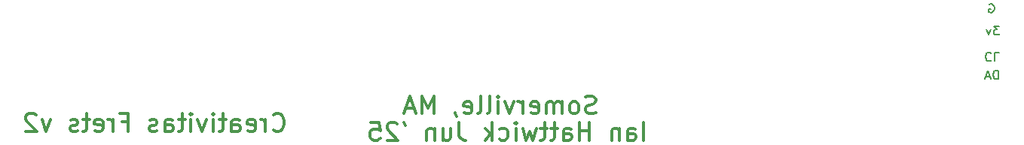
<source format=gbo>
G04 #@! TF.GenerationSoftware,KiCad,Pcbnew,8.0.7*
G04 #@! TF.CreationDate,2025-07-02T19:51:18-04:00*
G04 #@! TF.ProjectId,ESP32_MIDI_Summer25_FRETS_v2,45535033-325f-44d4-9944-495f53756d6d,rev?*
G04 #@! TF.SameCoordinates,Original*
G04 #@! TF.FileFunction,Legend,Bot*
G04 #@! TF.FilePolarity,Positive*
%FSLAX46Y46*%
G04 Gerber Fmt 4.6, Leading zero omitted, Abs format (unit mm)*
G04 Created by KiCad (PCBNEW 8.0.7) date 2025-07-02 19:51:18*
%MOMM*%
%LPD*%
G01*
G04 APERTURE LIST*
%ADD10C,0.150000*%
%ADD11C,0.300000*%
%ADD12C,11.000000*%
%ADD13C,6.800000*%
%ADD14C,3.200000*%
%ADD15O,1.700000X1.700000*%
%ADD16R,1.700000X1.700000*%
%ADD17C,1.700000*%
%ADD18C,4.300000*%
G04 APERTURE END LIST*
D10*
X284258458Y-47369819D02*
X283639411Y-47369819D01*
X283639411Y-47369819D02*
X283972744Y-47750771D01*
X283972744Y-47750771D02*
X283829887Y-47750771D01*
X283829887Y-47750771D02*
X283734649Y-47798390D01*
X283734649Y-47798390D02*
X283687030Y-47846009D01*
X283687030Y-47846009D02*
X283639411Y-47941247D01*
X283639411Y-47941247D02*
X283639411Y-48179342D01*
X283639411Y-48179342D02*
X283687030Y-48274580D01*
X283687030Y-48274580D02*
X283734649Y-48322200D01*
X283734649Y-48322200D02*
X283829887Y-48369819D01*
X283829887Y-48369819D02*
X284115601Y-48369819D01*
X284115601Y-48369819D02*
X284210839Y-48322200D01*
X284210839Y-48322200D02*
X284258458Y-48274580D01*
X283306077Y-47703152D02*
X283067982Y-48369819D01*
X283067982Y-48369819D02*
X282829887Y-47703152D01*
D11*
X244326441Y-60239638D02*
X244326441Y-58239638D01*
X242516917Y-60239638D02*
X242516917Y-59192019D01*
X242516917Y-59192019D02*
X242612155Y-59001542D01*
X242612155Y-59001542D02*
X242802631Y-58906304D01*
X242802631Y-58906304D02*
X243183584Y-58906304D01*
X243183584Y-58906304D02*
X243374060Y-59001542D01*
X242516917Y-60144400D02*
X242707393Y-60239638D01*
X242707393Y-60239638D02*
X243183584Y-60239638D01*
X243183584Y-60239638D02*
X243374060Y-60144400D01*
X243374060Y-60144400D02*
X243469298Y-59953923D01*
X243469298Y-59953923D02*
X243469298Y-59763447D01*
X243469298Y-59763447D02*
X243374060Y-59572971D01*
X243374060Y-59572971D02*
X243183584Y-59477733D01*
X243183584Y-59477733D02*
X242707393Y-59477733D01*
X242707393Y-59477733D02*
X242516917Y-59382495D01*
X241564536Y-58906304D02*
X241564536Y-60239638D01*
X241564536Y-59096780D02*
X241469298Y-59001542D01*
X241469298Y-59001542D02*
X241278822Y-58906304D01*
X241278822Y-58906304D02*
X240993107Y-58906304D01*
X240993107Y-58906304D02*
X240802631Y-59001542D01*
X240802631Y-59001542D02*
X240707393Y-59192019D01*
X240707393Y-59192019D02*
X240707393Y-60239638D01*
X238231202Y-60239638D02*
X238231202Y-58239638D01*
X238231202Y-59192019D02*
X237088345Y-59192019D01*
X237088345Y-60239638D02*
X237088345Y-58239638D01*
X235278821Y-60239638D02*
X235278821Y-59192019D01*
X235278821Y-59192019D02*
X235374059Y-59001542D01*
X235374059Y-59001542D02*
X235564535Y-58906304D01*
X235564535Y-58906304D02*
X235945488Y-58906304D01*
X235945488Y-58906304D02*
X236135964Y-59001542D01*
X235278821Y-60144400D02*
X235469297Y-60239638D01*
X235469297Y-60239638D02*
X235945488Y-60239638D01*
X235945488Y-60239638D02*
X236135964Y-60144400D01*
X236135964Y-60144400D02*
X236231202Y-59953923D01*
X236231202Y-59953923D02*
X236231202Y-59763447D01*
X236231202Y-59763447D02*
X236135964Y-59572971D01*
X236135964Y-59572971D02*
X235945488Y-59477733D01*
X235945488Y-59477733D02*
X235469297Y-59477733D01*
X235469297Y-59477733D02*
X235278821Y-59382495D01*
X234612154Y-58906304D02*
X233850250Y-58906304D01*
X234326440Y-58239638D02*
X234326440Y-59953923D01*
X234326440Y-59953923D02*
X234231202Y-60144400D01*
X234231202Y-60144400D02*
X234040726Y-60239638D01*
X234040726Y-60239638D02*
X233850250Y-60239638D01*
X233469297Y-58906304D02*
X232707393Y-58906304D01*
X233183583Y-58239638D02*
X233183583Y-59953923D01*
X233183583Y-59953923D02*
X233088345Y-60144400D01*
X233088345Y-60144400D02*
X232897869Y-60239638D01*
X232897869Y-60239638D02*
X232707393Y-60239638D01*
X232231202Y-58906304D02*
X231850250Y-60239638D01*
X231850250Y-60239638D02*
X231469297Y-59287257D01*
X231469297Y-59287257D02*
X231088345Y-60239638D01*
X231088345Y-60239638D02*
X230707393Y-58906304D01*
X229945488Y-60239638D02*
X229945488Y-58906304D01*
X229945488Y-58239638D02*
X230040726Y-58334876D01*
X230040726Y-58334876D02*
X229945488Y-58430114D01*
X229945488Y-58430114D02*
X229850250Y-58334876D01*
X229850250Y-58334876D02*
X229945488Y-58239638D01*
X229945488Y-58239638D02*
X229945488Y-58430114D01*
X228135964Y-60144400D02*
X228326440Y-60239638D01*
X228326440Y-60239638D02*
X228707393Y-60239638D01*
X228707393Y-60239638D02*
X228897869Y-60144400D01*
X228897869Y-60144400D02*
X228993107Y-60049161D01*
X228993107Y-60049161D02*
X229088345Y-59858685D01*
X229088345Y-59858685D02*
X229088345Y-59287257D01*
X229088345Y-59287257D02*
X228993107Y-59096780D01*
X228993107Y-59096780D02*
X228897869Y-59001542D01*
X228897869Y-59001542D02*
X228707393Y-58906304D01*
X228707393Y-58906304D02*
X228326440Y-58906304D01*
X228326440Y-58906304D02*
X228135964Y-59001542D01*
X227278821Y-60239638D02*
X227278821Y-58239638D01*
X227088345Y-59477733D02*
X226516916Y-60239638D01*
X226516916Y-58906304D02*
X227278821Y-59668209D01*
X223564534Y-58239638D02*
X223564534Y-59668209D01*
X223564534Y-59668209D02*
X223659773Y-59953923D01*
X223659773Y-59953923D02*
X223850249Y-60144400D01*
X223850249Y-60144400D02*
X224135963Y-60239638D01*
X224135963Y-60239638D02*
X224326439Y-60239638D01*
X221755010Y-58906304D02*
X221755010Y-60239638D01*
X222612153Y-58906304D02*
X222612153Y-59953923D01*
X222612153Y-59953923D02*
X222516915Y-60144400D01*
X222516915Y-60144400D02*
X222326439Y-60239638D01*
X222326439Y-60239638D02*
X222040724Y-60239638D01*
X222040724Y-60239638D02*
X221850248Y-60144400D01*
X221850248Y-60144400D02*
X221755010Y-60049161D01*
X220802629Y-58906304D02*
X220802629Y-60239638D01*
X220802629Y-59096780D02*
X220707391Y-59001542D01*
X220707391Y-59001542D02*
X220516915Y-58906304D01*
X220516915Y-58906304D02*
X220231200Y-58906304D01*
X220231200Y-58906304D02*
X220040724Y-59001542D01*
X220040724Y-59001542D02*
X219945486Y-59192019D01*
X219945486Y-59192019D02*
X219945486Y-60239638D01*
X217374057Y-58239638D02*
X217564533Y-58620590D01*
X216612152Y-58430114D02*
X216516914Y-58334876D01*
X216516914Y-58334876D02*
X216326438Y-58239638D01*
X216326438Y-58239638D02*
X215850247Y-58239638D01*
X215850247Y-58239638D02*
X215659771Y-58334876D01*
X215659771Y-58334876D02*
X215564533Y-58430114D01*
X215564533Y-58430114D02*
X215469295Y-58620590D01*
X215469295Y-58620590D02*
X215469295Y-58811066D01*
X215469295Y-58811066D02*
X215564533Y-59096780D01*
X215564533Y-59096780D02*
X216707390Y-60239638D01*
X216707390Y-60239638D02*
X215469295Y-60239638D01*
X213659771Y-58239638D02*
X214612152Y-58239638D01*
X214612152Y-58239638D02*
X214707390Y-59192019D01*
X214707390Y-59192019D02*
X214612152Y-59096780D01*
X214612152Y-59096780D02*
X214421676Y-59001542D01*
X214421676Y-59001542D02*
X213945485Y-59001542D01*
X213945485Y-59001542D02*
X213755009Y-59096780D01*
X213755009Y-59096780D02*
X213659771Y-59192019D01*
X213659771Y-59192019D02*
X213564533Y-59382495D01*
X213564533Y-59382495D02*
X213564533Y-59858685D01*
X213564533Y-59858685D02*
X213659771Y-60049161D01*
X213659771Y-60049161D02*
X213755009Y-60144400D01*
X213755009Y-60144400D02*
X213945485Y-60239638D01*
X213945485Y-60239638D02*
X214421676Y-60239638D01*
X214421676Y-60239638D02*
X214612152Y-60144400D01*
X214612152Y-60144400D02*
X214707390Y-60049161D01*
X238921679Y-57144400D02*
X238635965Y-57239638D01*
X238635965Y-57239638D02*
X238159774Y-57239638D01*
X238159774Y-57239638D02*
X237969298Y-57144400D01*
X237969298Y-57144400D02*
X237874060Y-57049161D01*
X237874060Y-57049161D02*
X237778822Y-56858685D01*
X237778822Y-56858685D02*
X237778822Y-56668209D01*
X237778822Y-56668209D02*
X237874060Y-56477733D01*
X237874060Y-56477733D02*
X237969298Y-56382495D01*
X237969298Y-56382495D02*
X238159774Y-56287257D01*
X238159774Y-56287257D02*
X238540727Y-56192019D01*
X238540727Y-56192019D02*
X238731203Y-56096780D01*
X238731203Y-56096780D02*
X238826441Y-56001542D01*
X238826441Y-56001542D02*
X238921679Y-55811066D01*
X238921679Y-55811066D02*
X238921679Y-55620590D01*
X238921679Y-55620590D02*
X238826441Y-55430114D01*
X238826441Y-55430114D02*
X238731203Y-55334876D01*
X238731203Y-55334876D02*
X238540727Y-55239638D01*
X238540727Y-55239638D02*
X238064536Y-55239638D01*
X238064536Y-55239638D02*
X237778822Y-55334876D01*
X236635965Y-57239638D02*
X236826441Y-57144400D01*
X236826441Y-57144400D02*
X236921679Y-57049161D01*
X236921679Y-57049161D02*
X237016917Y-56858685D01*
X237016917Y-56858685D02*
X237016917Y-56287257D01*
X237016917Y-56287257D02*
X236921679Y-56096780D01*
X236921679Y-56096780D02*
X236826441Y-56001542D01*
X236826441Y-56001542D02*
X236635965Y-55906304D01*
X236635965Y-55906304D02*
X236350250Y-55906304D01*
X236350250Y-55906304D02*
X236159774Y-56001542D01*
X236159774Y-56001542D02*
X236064536Y-56096780D01*
X236064536Y-56096780D02*
X235969298Y-56287257D01*
X235969298Y-56287257D02*
X235969298Y-56858685D01*
X235969298Y-56858685D02*
X236064536Y-57049161D01*
X236064536Y-57049161D02*
X236159774Y-57144400D01*
X236159774Y-57144400D02*
X236350250Y-57239638D01*
X236350250Y-57239638D02*
X236635965Y-57239638D01*
X235112155Y-57239638D02*
X235112155Y-55906304D01*
X235112155Y-56096780D02*
X235016917Y-56001542D01*
X235016917Y-56001542D02*
X234826441Y-55906304D01*
X234826441Y-55906304D02*
X234540726Y-55906304D01*
X234540726Y-55906304D02*
X234350250Y-56001542D01*
X234350250Y-56001542D02*
X234255012Y-56192019D01*
X234255012Y-56192019D02*
X234255012Y-57239638D01*
X234255012Y-56192019D02*
X234159774Y-56001542D01*
X234159774Y-56001542D02*
X233969298Y-55906304D01*
X233969298Y-55906304D02*
X233683584Y-55906304D01*
X233683584Y-55906304D02*
X233493107Y-56001542D01*
X233493107Y-56001542D02*
X233397869Y-56192019D01*
X233397869Y-56192019D02*
X233397869Y-57239638D01*
X231683583Y-57144400D02*
X231874059Y-57239638D01*
X231874059Y-57239638D02*
X232255012Y-57239638D01*
X232255012Y-57239638D02*
X232445488Y-57144400D01*
X232445488Y-57144400D02*
X232540726Y-56953923D01*
X232540726Y-56953923D02*
X232540726Y-56192019D01*
X232540726Y-56192019D02*
X232445488Y-56001542D01*
X232445488Y-56001542D02*
X232255012Y-55906304D01*
X232255012Y-55906304D02*
X231874059Y-55906304D01*
X231874059Y-55906304D02*
X231683583Y-56001542D01*
X231683583Y-56001542D02*
X231588345Y-56192019D01*
X231588345Y-56192019D02*
X231588345Y-56382495D01*
X231588345Y-56382495D02*
X232540726Y-56572971D01*
X230731202Y-57239638D02*
X230731202Y-55906304D01*
X230731202Y-56287257D02*
X230635964Y-56096780D01*
X230635964Y-56096780D02*
X230540726Y-56001542D01*
X230540726Y-56001542D02*
X230350250Y-55906304D01*
X230350250Y-55906304D02*
X230159773Y-55906304D01*
X229683583Y-55906304D02*
X229207393Y-57239638D01*
X229207393Y-57239638D02*
X228731202Y-55906304D01*
X227969297Y-57239638D02*
X227969297Y-55906304D01*
X227969297Y-55239638D02*
X228064535Y-55334876D01*
X228064535Y-55334876D02*
X227969297Y-55430114D01*
X227969297Y-55430114D02*
X227874059Y-55334876D01*
X227874059Y-55334876D02*
X227969297Y-55239638D01*
X227969297Y-55239638D02*
X227969297Y-55430114D01*
X226731202Y-57239638D02*
X226921678Y-57144400D01*
X226921678Y-57144400D02*
X227016916Y-56953923D01*
X227016916Y-56953923D02*
X227016916Y-55239638D01*
X225683583Y-57239638D02*
X225874059Y-57144400D01*
X225874059Y-57144400D02*
X225969297Y-56953923D01*
X225969297Y-56953923D02*
X225969297Y-55239638D01*
X224159773Y-57144400D02*
X224350249Y-57239638D01*
X224350249Y-57239638D02*
X224731202Y-57239638D01*
X224731202Y-57239638D02*
X224921678Y-57144400D01*
X224921678Y-57144400D02*
X225016916Y-56953923D01*
X225016916Y-56953923D02*
X225016916Y-56192019D01*
X225016916Y-56192019D02*
X224921678Y-56001542D01*
X224921678Y-56001542D02*
X224731202Y-55906304D01*
X224731202Y-55906304D02*
X224350249Y-55906304D01*
X224350249Y-55906304D02*
X224159773Y-56001542D01*
X224159773Y-56001542D02*
X224064535Y-56192019D01*
X224064535Y-56192019D02*
X224064535Y-56382495D01*
X224064535Y-56382495D02*
X225016916Y-56572971D01*
X223112154Y-57144400D02*
X223112154Y-57239638D01*
X223112154Y-57239638D02*
X223207392Y-57430114D01*
X223207392Y-57430114D02*
X223302630Y-57525352D01*
X220731201Y-57239638D02*
X220731201Y-55239638D01*
X220731201Y-55239638D02*
X220064534Y-56668209D01*
X220064534Y-56668209D02*
X219397868Y-55239638D01*
X219397868Y-55239638D02*
X219397868Y-57239638D01*
X218540725Y-56668209D02*
X217588344Y-56668209D01*
X218731201Y-57239638D02*
X218064535Y-55239638D01*
X218064535Y-55239638D02*
X217397868Y-57239638D01*
D10*
X283139411Y-44917438D02*
X283234649Y-44869819D01*
X283234649Y-44869819D02*
X283377506Y-44869819D01*
X283377506Y-44869819D02*
X283520363Y-44917438D01*
X283520363Y-44917438D02*
X283615601Y-45012676D01*
X283615601Y-45012676D02*
X283663220Y-45107914D01*
X283663220Y-45107914D02*
X283710839Y-45298390D01*
X283710839Y-45298390D02*
X283710839Y-45441247D01*
X283710839Y-45441247D02*
X283663220Y-45631723D01*
X283663220Y-45631723D02*
X283615601Y-45726961D01*
X283615601Y-45726961D02*
X283520363Y-45822200D01*
X283520363Y-45822200D02*
X283377506Y-45869819D01*
X283377506Y-45869819D02*
X283282268Y-45869819D01*
X283282268Y-45869819D02*
X283139411Y-45822200D01*
X283139411Y-45822200D02*
X283091792Y-45774580D01*
X283091792Y-45774580D02*
X283091792Y-45441247D01*
X283091792Y-45441247D02*
X283282268Y-45441247D01*
X277139411Y-51417438D02*
X277234649Y-51369819D01*
X277234649Y-51369819D02*
X277377506Y-51369819D01*
X277377506Y-51369819D02*
X277520363Y-51417438D01*
X277520363Y-51417438D02*
X277615601Y-51512676D01*
X277615601Y-51512676D02*
X277663220Y-51607914D01*
X277663220Y-51607914D02*
X277710839Y-51798390D01*
X277710839Y-51798390D02*
X277710839Y-51941247D01*
X277710839Y-51941247D02*
X277663220Y-52131723D01*
X277663220Y-52131723D02*
X277615601Y-52226961D01*
X277615601Y-52226961D02*
X277520363Y-52322200D01*
X277520363Y-52322200D02*
X277377506Y-52369819D01*
X277377506Y-52369819D02*
X277282268Y-52369819D01*
X277282268Y-52369819D02*
X277139411Y-52322200D01*
X277139411Y-52322200D02*
X277091792Y-52274580D01*
X277091792Y-52274580D02*
X277091792Y-51941247D01*
X277091792Y-51941247D02*
X277282268Y-51941247D01*
X276663220Y-52369819D02*
X276663220Y-51369819D01*
X276663220Y-51369819D02*
X276091792Y-52369819D01*
X276091792Y-52369819D02*
X276091792Y-51369819D01*
X275615601Y-52369819D02*
X275615601Y-51369819D01*
X275615601Y-51369819D02*
X275377506Y-51369819D01*
X275377506Y-51369819D02*
X275234649Y-51417438D01*
X275234649Y-51417438D02*
X275139411Y-51512676D01*
X275139411Y-51512676D02*
X275091792Y-51607914D01*
X275091792Y-51607914D02*
X275044173Y-51798390D01*
X275044173Y-51798390D02*
X275044173Y-51941247D01*
X275044173Y-51941247D02*
X275091792Y-52131723D01*
X275091792Y-52131723D02*
X275139411Y-52226961D01*
X275139411Y-52226961D02*
X275234649Y-52322200D01*
X275234649Y-52322200D02*
X275377506Y-52369819D01*
X275377506Y-52369819D02*
X275615601Y-52369819D01*
D11*
X202683584Y-59049161D02*
X202778822Y-59144400D01*
X202778822Y-59144400D02*
X203064536Y-59239638D01*
X203064536Y-59239638D02*
X203255012Y-59239638D01*
X203255012Y-59239638D02*
X203540727Y-59144400D01*
X203540727Y-59144400D02*
X203731203Y-58953923D01*
X203731203Y-58953923D02*
X203826441Y-58763447D01*
X203826441Y-58763447D02*
X203921679Y-58382495D01*
X203921679Y-58382495D02*
X203921679Y-58096780D01*
X203921679Y-58096780D02*
X203826441Y-57715828D01*
X203826441Y-57715828D02*
X203731203Y-57525352D01*
X203731203Y-57525352D02*
X203540727Y-57334876D01*
X203540727Y-57334876D02*
X203255012Y-57239638D01*
X203255012Y-57239638D02*
X203064536Y-57239638D01*
X203064536Y-57239638D02*
X202778822Y-57334876D01*
X202778822Y-57334876D02*
X202683584Y-57430114D01*
X201826441Y-59239638D02*
X201826441Y-57906304D01*
X201826441Y-58287257D02*
X201731203Y-58096780D01*
X201731203Y-58096780D02*
X201635965Y-58001542D01*
X201635965Y-58001542D02*
X201445489Y-57906304D01*
X201445489Y-57906304D02*
X201255012Y-57906304D01*
X199826441Y-59144400D02*
X200016917Y-59239638D01*
X200016917Y-59239638D02*
X200397870Y-59239638D01*
X200397870Y-59239638D02*
X200588346Y-59144400D01*
X200588346Y-59144400D02*
X200683584Y-58953923D01*
X200683584Y-58953923D02*
X200683584Y-58192019D01*
X200683584Y-58192019D02*
X200588346Y-58001542D01*
X200588346Y-58001542D02*
X200397870Y-57906304D01*
X200397870Y-57906304D02*
X200016917Y-57906304D01*
X200016917Y-57906304D02*
X199826441Y-58001542D01*
X199826441Y-58001542D02*
X199731203Y-58192019D01*
X199731203Y-58192019D02*
X199731203Y-58382495D01*
X199731203Y-58382495D02*
X200683584Y-58572971D01*
X198016917Y-59239638D02*
X198016917Y-58192019D01*
X198016917Y-58192019D02*
X198112155Y-58001542D01*
X198112155Y-58001542D02*
X198302631Y-57906304D01*
X198302631Y-57906304D02*
X198683584Y-57906304D01*
X198683584Y-57906304D02*
X198874060Y-58001542D01*
X198016917Y-59144400D02*
X198207393Y-59239638D01*
X198207393Y-59239638D02*
X198683584Y-59239638D01*
X198683584Y-59239638D02*
X198874060Y-59144400D01*
X198874060Y-59144400D02*
X198969298Y-58953923D01*
X198969298Y-58953923D02*
X198969298Y-58763447D01*
X198969298Y-58763447D02*
X198874060Y-58572971D01*
X198874060Y-58572971D02*
X198683584Y-58477733D01*
X198683584Y-58477733D02*
X198207393Y-58477733D01*
X198207393Y-58477733D02*
X198016917Y-58382495D01*
X197350250Y-57906304D02*
X196588346Y-57906304D01*
X197064536Y-57239638D02*
X197064536Y-58953923D01*
X197064536Y-58953923D02*
X196969298Y-59144400D01*
X196969298Y-59144400D02*
X196778822Y-59239638D01*
X196778822Y-59239638D02*
X196588346Y-59239638D01*
X195921679Y-59239638D02*
X195921679Y-57906304D01*
X195921679Y-57239638D02*
X196016917Y-57334876D01*
X196016917Y-57334876D02*
X195921679Y-57430114D01*
X195921679Y-57430114D02*
X195826441Y-57334876D01*
X195826441Y-57334876D02*
X195921679Y-57239638D01*
X195921679Y-57239638D02*
X195921679Y-57430114D01*
X195159774Y-57906304D02*
X194683584Y-59239638D01*
X194683584Y-59239638D02*
X194207393Y-57906304D01*
X193445488Y-59239638D02*
X193445488Y-57906304D01*
X193445488Y-57239638D02*
X193540726Y-57334876D01*
X193540726Y-57334876D02*
X193445488Y-57430114D01*
X193445488Y-57430114D02*
X193350250Y-57334876D01*
X193350250Y-57334876D02*
X193445488Y-57239638D01*
X193445488Y-57239638D02*
X193445488Y-57430114D01*
X192778821Y-57906304D02*
X192016917Y-57906304D01*
X192493107Y-57239638D02*
X192493107Y-58953923D01*
X192493107Y-58953923D02*
X192397869Y-59144400D01*
X192397869Y-59144400D02*
X192207393Y-59239638D01*
X192207393Y-59239638D02*
X192016917Y-59239638D01*
X190493107Y-59239638D02*
X190493107Y-58192019D01*
X190493107Y-58192019D02*
X190588345Y-58001542D01*
X190588345Y-58001542D02*
X190778821Y-57906304D01*
X190778821Y-57906304D02*
X191159774Y-57906304D01*
X191159774Y-57906304D02*
X191350250Y-58001542D01*
X190493107Y-59144400D02*
X190683583Y-59239638D01*
X190683583Y-59239638D02*
X191159774Y-59239638D01*
X191159774Y-59239638D02*
X191350250Y-59144400D01*
X191350250Y-59144400D02*
X191445488Y-58953923D01*
X191445488Y-58953923D02*
X191445488Y-58763447D01*
X191445488Y-58763447D02*
X191350250Y-58572971D01*
X191350250Y-58572971D02*
X191159774Y-58477733D01*
X191159774Y-58477733D02*
X190683583Y-58477733D01*
X190683583Y-58477733D02*
X190493107Y-58382495D01*
X189635964Y-59144400D02*
X189445488Y-59239638D01*
X189445488Y-59239638D02*
X189064536Y-59239638D01*
X189064536Y-59239638D02*
X188874059Y-59144400D01*
X188874059Y-59144400D02*
X188778821Y-58953923D01*
X188778821Y-58953923D02*
X188778821Y-58858685D01*
X188778821Y-58858685D02*
X188874059Y-58668209D01*
X188874059Y-58668209D02*
X189064536Y-58572971D01*
X189064536Y-58572971D02*
X189350250Y-58572971D01*
X189350250Y-58572971D02*
X189540726Y-58477733D01*
X189540726Y-58477733D02*
X189635964Y-58287257D01*
X189635964Y-58287257D02*
X189635964Y-58192019D01*
X189635964Y-58192019D02*
X189540726Y-58001542D01*
X189540726Y-58001542D02*
X189350250Y-57906304D01*
X189350250Y-57906304D02*
X189064536Y-57906304D01*
X189064536Y-57906304D02*
X188874059Y-58001542D01*
X185731201Y-58192019D02*
X186397868Y-58192019D01*
X186397868Y-59239638D02*
X186397868Y-57239638D01*
X186397868Y-57239638D02*
X185445487Y-57239638D01*
X184683582Y-59239638D02*
X184683582Y-57906304D01*
X184683582Y-58287257D02*
X184588344Y-58096780D01*
X184588344Y-58096780D02*
X184493106Y-58001542D01*
X184493106Y-58001542D02*
X184302630Y-57906304D01*
X184302630Y-57906304D02*
X184112153Y-57906304D01*
X182683582Y-59144400D02*
X182874058Y-59239638D01*
X182874058Y-59239638D02*
X183255011Y-59239638D01*
X183255011Y-59239638D02*
X183445487Y-59144400D01*
X183445487Y-59144400D02*
X183540725Y-58953923D01*
X183540725Y-58953923D02*
X183540725Y-58192019D01*
X183540725Y-58192019D02*
X183445487Y-58001542D01*
X183445487Y-58001542D02*
X183255011Y-57906304D01*
X183255011Y-57906304D02*
X182874058Y-57906304D01*
X182874058Y-57906304D02*
X182683582Y-58001542D01*
X182683582Y-58001542D02*
X182588344Y-58192019D01*
X182588344Y-58192019D02*
X182588344Y-58382495D01*
X182588344Y-58382495D02*
X183540725Y-58572971D01*
X182016915Y-57906304D02*
X181255011Y-57906304D01*
X181731201Y-57239638D02*
X181731201Y-58953923D01*
X181731201Y-58953923D02*
X181635963Y-59144400D01*
X181635963Y-59144400D02*
X181445487Y-59239638D01*
X181445487Y-59239638D02*
X181255011Y-59239638D01*
X180683582Y-59144400D02*
X180493106Y-59239638D01*
X180493106Y-59239638D02*
X180112154Y-59239638D01*
X180112154Y-59239638D02*
X179921677Y-59144400D01*
X179921677Y-59144400D02*
X179826439Y-58953923D01*
X179826439Y-58953923D02*
X179826439Y-58858685D01*
X179826439Y-58858685D02*
X179921677Y-58668209D01*
X179921677Y-58668209D02*
X180112154Y-58572971D01*
X180112154Y-58572971D02*
X180397868Y-58572971D01*
X180397868Y-58572971D02*
X180588344Y-58477733D01*
X180588344Y-58477733D02*
X180683582Y-58287257D01*
X180683582Y-58287257D02*
X180683582Y-58192019D01*
X180683582Y-58192019D02*
X180588344Y-58001542D01*
X180588344Y-58001542D02*
X180397868Y-57906304D01*
X180397868Y-57906304D02*
X180112154Y-57906304D01*
X180112154Y-57906304D02*
X179921677Y-58001542D01*
X177635962Y-57906304D02*
X177159772Y-59239638D01*
X177159772Y-59239638D02*
X176683581Y-57906304D01*
X176016914Y-57430114D02*
X175921676Y-57334876D01*
X175921676Y-57334876D02*
X175731200Y-57239638D01*
X175731200Y-57239638D02*
X175255009Y-57239638D01*
X175255009Y-57239638D02*
X175064533Y-57334876D01*
X175064533Y-57334876D02*
X174969295Y-57430114D01*
X174969295Y-57430114D02*
X174874057Y-57620590D01*
X174874057Y-57620590D02*
X174874057Y-57811066D01*
X174874057Y-57811066D02*
X174969295Y-58096780D01*
X174969295Y-58096780D02*
X176112152Y-59239638D01*
X176112152Y-59239638D02*
X174874057Y-59239638D01*
D10*
X283348207Y-50425419D02*
X283300588Y-50377800D01*
X283300588Y-50377800D02*
X283157731Y-50330180D01*
X283157731Y-50330180D02*
X283062493Y-50330180D01*
X283062493Y-50330180D02*
X282919636Y-50377800D01*
X282919636Y-50377800D02*
X282824398Y-50473038D01*
X282824398Y-50473038D02*
X282776779Y-50568276D01*
X282776779Y-50568276D02*
X282729160Y-50758752D01*
X282729160Y-50758752D02*
X282729160Y-50901609D01*
X282729160Y-50901609D02*
X282776779Y-51092085D01*
X282776779Y-51092085D02*
X282824398Y-51187323D01*
X282824398Y-51187323D02*
X282919636Y-51282561D01*
X282919636Y-51282561D02*
X283062493Y-51330180D01*
X283062493Y-51330180D02*
X283157731Y-51330180D01*
X283157731Y-51330180D02*
X283300588Y-51282561D01*
X283300588Y-51282561D02*
X283348207Y-51234942D01*
X284252969Y-50330180D02*
X283776779Y-50330180D01*
X283776779Y-50330180D02*
X283776779Y-51330180D01*
X284163220Y-53369819D02*
X284163220Y-52369819D01*
X284163220Y-52369819D02*
X283925125Y-52369819D01*
X283925125Y-52369819D02*
X283782268Y-52417438D01*
X283782268Y-52417438D02*
X283687030Y-52512676D01*
X283687030Y-52512676D02*
X283639411Y-52607914D01*
X283639411Y-52607914D02*
X283591792Y-52798390D01*
X283591792Y-52798390D02*
X283591792Y-52941247D01*
X283591792Y-52941247D02*
X283639411Y-53131723D01*
X283639411Y-53131723D02*
X283687030Y-53226961D01*
X283687030Y-53226961D02*
X283782268Y-53322200D01*
X283782268Y-53322200D02*
X283925125Y-53369819D01*
X283925125Y-53369819D02*
X284163220Y-53369819D01*
X283210839Y-53084104D02*
X282734649Y-53084104D01*
X283306077Y-53369819D02*
X282972744Y-52369819D01*
X282972744Y-52369819D02*
X282639411Y-53369819D01*
%LPC*%
D12*
X234000000Y-48500000D03*
D13*
X234000000Y-48500000D03*
D12*
X254000000Y-48500000D03*
D13*
X254000000Y-48500000D03*
D12*
X74000000Y-48500000D03*
D13*
X74000000Y-48500000D03*
D12*
X114000000Y-48500000D03*
D13*
X114000000Y-48500000D03*
D12*
X274000000Y-49000000D03*
D13*
X274000000Y-49000000D03*
D14*
X281000000Y-40000000D03*
D12*
X174000000Y-48500000D03*
D13*
X174000000Y-48500000D03*
D12*
X194000000Y-48500000D03*
D13*
X194000000Y-48500000D03*
D15*
X281000000Y-53120000D03*
X281000000Y-50580000D03*
X281000000Y-48040000D03*
D16*
X281000000Y-45500000D03*
D17*
X250650000Y-58890000D03*
X253190000Y-58890000D03*
X255730000Y-58890000D03*
X258270000Y-58890000D03*
X260810000Y-58890000D03*
X263350000Y-58890000D03*
X270970000Y-41110000D03*
X268430000Y-41110000D03*
X265890000Y-41110000D03*
X263350000Y-41110000D03*
X260810000Y-41110000D03*
X258270000Y-41110000D03*
X255730000Y-41110000D03*
X253190000Y-41110000D03*
X250650000Y-41110000D03*
X248110000Y-41110000D03*
X245570000Y-41110000D03*
X243030000Y-41110000D03*
D12*
X134000000Y-48500000D03*
D13*
X134000000Y-48500000D03*
D12*
X214000000Y-48500000D03*
D13*
X214000000Y-48500000D03*
D12*
X154000000Y-48500000D03*
D13*
X154000000Y-48500000D03*
D12*
X54000000Y-48500000D03*
D13*
X54000000Y-48500000D03*
D18*
X109000000Y-40000000D03*
D12*
X94000000Y-49500000D03*
D13*
X94000000Y-49500000D03*
D14*
X281000000Y-59000000D03*
D18*
X150500000Y-59000000D03*
%LPD*%
M02*

</source>
